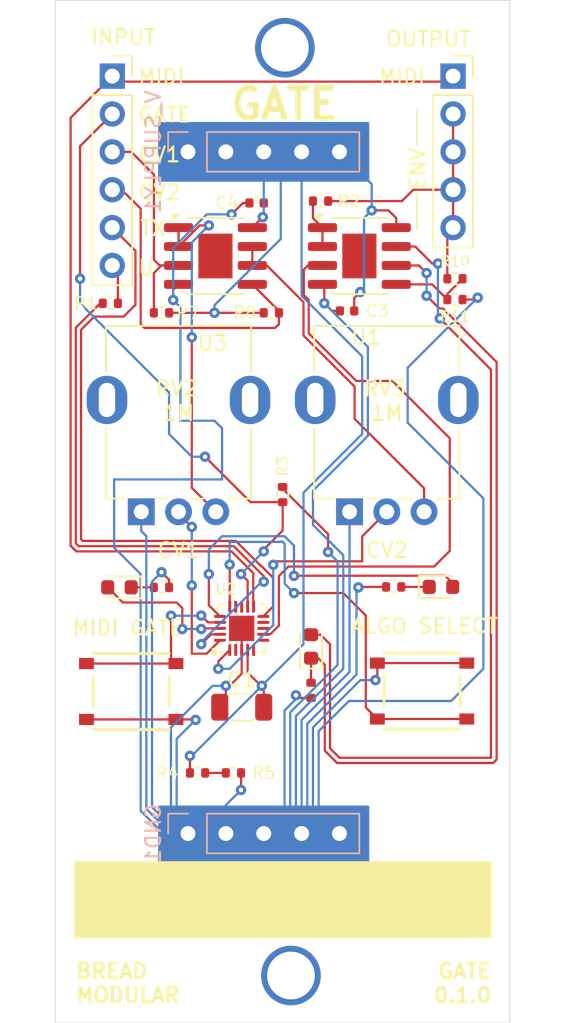
<source format=kicad_pcb>
(kicad_pcb (version 20240108) (generator "pcbnew") (generator_version "8.0")
  (layers (0 "F.Cu" signal) (31 "B.Cu" signal) (34 "B.Paste" user) (35 "F.Paste" user) (36 "B.SilkS" user "B.Silkscreen") (37 "F.SilkS" user "F.Silkscreen") (38 "B.Mask" user) (39 "F.Mask" user) (44 "Edge.Cuts" user))
  (net 0 "")
  (net 1 "GND")
  (net 2 "Net-(U1A-+)")
  (net 3 "V_MID")
  (net 4 "Net-(D1-K)")
  (net 5 "Net-(D1-A)")
  (net 6 "CV2")
  (net 7 "TX")
  (net 8 "MIDI")
  (net 9 "CV1")
  (net 10 "UDPI")
  (net 11 "BUFF_GATE")
  (net 12 "V_SUPPLY")
  (net 13 "Net-(U2-~{RESET}{slash}PA0)")
  (net 14 "Net-(U1A--)")
  (net 15 "BUFF_CV1")
  (net 16 "Net-(U3A--)")
  (net 17 "Net-(U3B--)")
  (net 18 "BUFF_CV2")
  (net 19 "Net-(SW1-B)")
  (net 21 "Net-(D2-A)")
  (net 25 "Net-(D2-K)")
  (net 28 "ENV_OUT")
  (net 30 "Net-(SW2-B)")
  (net 31 "Net-(D3-A)")
  (net 32 "Net-(D3-K)")
  (net 33 "Net-(U1B-+)")
  (footprint "Capacitor_SMD:C_1206_3216Metric" (layer "F.Cu") (at 59.485 88.05)
    (property "Reference" "C1")
    (property "Value" "100uf")
  )
  (footprint "BreadModular_Pots:Potentiometer_RV09" (layer "F.Cu") (at 69.342 67.948)
    (property "Reference" "RV3")
    (property "Value" "1M")
  )
  (footprint "Resistor_SMD:R_0402_1005Metric" (layer "F.Cu") (at 50.671 60.96)
    (property "Reference" "R1")
    (property "Value" "4.7k")
  )
  (footprint "Capacitor_SMD:C_0402_1005Metric" (layer "F.Cu") (at 66.548 61.468 180)
    (property "Reference" "C3")
    (property "Value" "0.1uf")
  )
  (footprint "BreadModular_MISC:SPST_TS-1187A-B-A-B" (layer "F.Cu") (at 71.58 86.965)
    (property "Reference" "SW2")
    (property "Value" "ALGO MODE SELECT")
  )
  (footprint "LED_SMD:LED_0603_1608Metric" (layer "F.Cu") (at 51.2825 80.01 180)
    (property "Reference" "D1")
    (property "Value" "GATE MODE LED")
  )
  (footprint "Capacitor_SMD:C_0402_1005Metric" (layer "F.Cu") (at 60.48 54.229 180)
    (property "Reference" "C4")
    (property "Value" "0.1uf")
  )
  (footprint "BreadModular_MISC:SPST_TS-1187A-B-A-B" (layer "F.Cu") (at 52.07 86.995 180)
    (property "Reference" "SW1")
    (property "Value" "GATE MODE SELECT")
  )
  (footprint "BreadModular_Pots:Potentiometer_RV09" (layer "F.Cu") (at 55.372 67.948)
    (property "Reference" "RV2")
    (property "Value" "1M")
  )
  (footprint "Resistor_SMD:R_0402_1005Metric" (layer "F.Cu") (at 69.675 79.98 180)
    (property "Reference" "R9")
    (property "Value" "330")
  )
  (footprint "Resistor_SMD:R_0402_1005Metric" (layer "F.Cu") (at 73.785 59.309)
    (property "Reference" "R10")
    (property "Value" "100k")
  )
  (footprint "Connector_PinSocket_2.54mm:PinSocket_1x06_P2.54mm_Vertical" (layer "F.Cu") (at 50.8 45.72)
    (property "Reference" "INPUT1")
    (property "Value" "Conn_01x05_Socket")
  )
  (footprint "Resistor_SMD:R_0402_1005Metric" (layer "F.Cu") (at 56.521 92.456)
    (property "Reference" "R4")
    (property "Value" "1k")
  )
  (footprint "Package_DFN_QFN:VQFN-20-1EP_3x3mm_P0.4mm_EP1.7x1.7mm" (layer "F.Cu") (at 59.48 82.76 90)
    (property "Reference" "U2")
    (property "Value" "ATtiny1616-M")
  )
  (footprint "Resistor_SMD:R_0402_1005Metric" (layer "F.Cu") (at 62.23 73.785 -90)
    (property "Reference" "R3")
    (property "Value" "100k")
  )
  (footprint "LED_SMD:LED_0603_1608Metric" (layer "F.Cu") (at 72.85 79.98)
    (property "Reference" "D2")
    (property "Value" "ALGO MODE LED")
  )
  (footprint "Resistor_SMD:R_0402_1005Metric" (layer "F.Cu") (at 64.135 86.917 -90)
    (property "Reference" "R12")
    (property "Value" "4.7k")
  )
  (footprint "Resistor_SMD:R_0402_1005Metric" (layer "F.Cu") (at 54.1 80.01)
    (property "Reference" "R6")
    (property "Value" "330")
  )
  (footprint "Resistor_SMD:R_0402_1005Metric" (layer "F.Cu") (at 64.77 54.102)
    (property "Reference" "R2")
    (property "Value" "1k")
  )
  (footprint "Resistor_SMD:R_0402_1005Metric" (layer "F.Cu") (at 73.785 60.706)
    (property "Reference" "R11")
    (property "Value" "100k")
  )
  (footprint "Resistor_SMD:R_0402_1005Metric" (layer "F.Cu") (at 61.47 61.595)
    (property "Reference" "R8")
    (property "Value" "100k")
  )
  (footprint "Package_SO:SOIC-8-1EP_3.9x4.9mm_P1.27mm_EP2.29x3mm" (layer "F.Cu") (at 67.375 57.785)
    (property "Reference" "U1")
    (property "Value" "MCP6002-xSN")
  )
  (footprint "Package_SO:SOIC-8-1EP_3.9x4.9mm_P1.27mm_EP2.29x3mm" (layer "F.Cu") (at 57.72 57.785)
    (property "Reference" "U3")
    (property "Value" "MCP6002-xSN")
  )
  (footprint "Resistor_SMD:R_0402_1005Metric" (layer "F.Cu") (at 54.1 61.595 180)
    (property "Reference" "R7")
    (property "Value" "100k")
  )
  (footprint "Connector_PinSocket_2.54mm:PinSocket_1x05_P2.54mm_Vertical" (layer "F.Cu") (at 73.66 45.72)
    (property "Reference" "OUTPUT1")
    (property "Value" "Conn_01x05_Socket")
  )
  (footprint "Resistor_SMD:R_0402_1005Metric" (layer "F.Cu") (at 58.93 92.456)
    (property "Reference" "R5")
    (property "Value" "1k")
  )
  (footprint "LED_SMD:LED_0603_1608Metric" (layer "F.Cu") (at 64.135 83.9725 90)
    (property "Reference" "D3")
    (property "Value" "ENV LED")
  )
  (footprint "BreadModular_MISC:Power_Connector" (layer "B.Cu") (at 55.88 50.8 -90)
    (property "Reference" "V_SUPPLY1")
    (property "Value" "Conn_01x05_Pin")
  )
  (footprint "BreadModular_MISC:Power_Connector" (layer "B.Cu") (at 55.88 96.52 -90)
    (property "Reference" "GND1")
    (property "Value" "Conn_01x05_Pin")
  )
  (gr_poly (pts (xy 53.975 48.895) (xy 67.945 48.895) (xy 67.945 52.705) (xy 53.975 52.705)) (stroke (width 0.2)) (fill solid) (layer "B.Cu") (net 12))
  (gr_poly (pts (xy 53.975 94.742) (xy 67.945 94.742) (xy 67.945 98.425) (xy 53.975 98.425)) (stroke (width 0.2)) (fill solid) (layer "B.Cu") (net 1))
  (gr_line (start 71.247 50.3555) (end 71.247 47.9425) (stroke (width 0.1)) (layer "F.SilkS"))
  (gr_line (start 71.247 56.007) (end 71.247 53.594) (stroke (width 0.1)) (layer "F.SilkS"))
  (gr_poly (pts (xy 48.26 98.425) (xy 76.2 98.425) (xy 76.2 103.505) (xy 48.26 103.505)) (stroke (width 0.1)) (fill solid) (layer "F.SilkS"))
  (gr_line (start 46.99 109.22) (end 77.47 109.22) (stroke (width 0.05)) (layer "Edge.Cuts"))
  (gr_line (start 77.47 40.64) (end 46.99 40.64) (stroke (width 0.05)) (layer "Edge.Cuts"))
  (gr_line (start 46.99 40.64) (end 46.99 109.22) (stroke (width 0.05)) (layer "Edge.Cuts"))
  (gr_line (start 77.47 109.22) (end 77.47 40.64) (stroke (width 0.05)) (layer "Edge.Cuts"))
  (gr_text "ALGO SELECT" (at 71.755 83.185 0) (layer "F.SilkS") (effects (font (size 1 1)) (justify bottom)))
  (gr_text "MIDI" (at 52.451 46.355 0) (layer "F.SilkS") (effects (font (size 1 1)) (justify left bottom)))
  (gr_text "ENV" (at 71.882 51.943 90) (layer "F.SilkS") (effects (font (size 1 1)) (justify bottom)))
  (gr_text "U" (at 52.451 59.182 0) (layer "F.SilkS") (effects (font (size 1 1)) (justify left bottom)))
  (gr_text "TX" (at 52.578 56.515 0) (layer "F.SilkS") (effects (font (size 1 1)) (justify left bottom)))
  (gr_text "GATE" (at 52.451 48.895 0) (layer "F.SilkS") (effects (font (size 1 1)) (justify left bottom)))
  (gr_text "MIDI GATE" (at 51.816 83.312 0) (layer "F.SilkS") (effects (font (size 1 1)) (justify bottom)))
  (gr_text "INPUT" (at 49.276 43.688 0) (layer "F.SilkS") (effects (font (size 1 1)) (justify left bottom)))
  (gr_text "CV2" (at 69.215 78.105 0) (layer "F.SilkS") (effects (font (size 1 1)) (justify bottom)))
  (gr_text "GATE\n0.1.0" (at 76.327 107.95 0) (layer "F.SilkS") (effects (font (size 1 1) (thickness 0.2) (bold yes)) (justify right bottom)))
  (gr_text "GATE" (at 58.547 48.768 0) (layer "F.SilkS") (effects (font (size 2 2) (thickness 0.4) (bold yes)) (justify left bottom)))
  (gr_text "CV2" (at 52.451 54.102 0) (layer "F.SilkS") (effects (font (size 1 1)) (justify left bottom)))
  (gr_text "MIDI" (at 71.882 46.355 0) (layer "F.SilkS") (effects (font (size 1 1)) (justify right bottom)))
  (gr_text "OUTPUT" (at 74.93 43.815 0) (layer "F.SilkS") (effects (font (size 1 1)) (justify right bottom)))
  (gr_text "CV1" (at 55.245 78.105 0) (layer "F.SilkS") (effects (font (size 1 1)) (justify bottom)))
  (gr_text "BREAD\nMODULAR" (at 48.26 107.95 0) (layer "F.SilkS") (effects (font (size 1 1) (thickness 0.2) (bold yes)) (justify left bottom)))
  (gr_text "CV1" (at 52.451 51.562 0) (layer "F.SilkS") (effects (font (size 1 1)) (justify left bottom)))
  (via (at 62.784908 106.045) (size 4) (drill 3.2) (layers "F.Cu" "B.Cu") (net 0))
  (via (at 62.37758 43.815) (size 4) (drill 3.2) (layers "F.Cu" "B.Cu") (net 0))
  (segment (start 58.42 86.614) (end 58.674 86.614) (width 0.15) (layer "F.Cu") (net 1))
  (segment (start 55.88 96.52) (end 66.04 96.52) (width 0.5) (layer "F.Cu") (net 1))
  (segment (start 68.58 85.09) (end 74.58 85.09) (width 0.15) (layer "F.Cu") (net 1))
  (segment (start 54.61 79.502) (end 54.61 80.01) (width 0.15) (layer "F.Cu") (net 1))
  (segment (start 68.58 86.106) (end 68.453 86.233) (width 0.15) (layer "F.Cu") (net 1))
  (segment (start 65.024 59.814) (end 64.9 59.69) (width 0.15) (layer "F.Cu") (net 1))
  (segment (start 66.068 61.468) (end 65.532 61.468) (width 0.15) (layer "F.Cu") (net 1))
  (segment (start 65.532 61.468) (end 65.024 60.96) (width 0.15) (layer "F.Cu") (net 1))
  (segment (start 58.42 87.64) (end 58.01 88.05) (width 0.15) (layer "F.Cu") (net 1))
  (segment (start 55.07 88.87) (end 56.358 88.87) (width 0.15) (layer "F.Cu") (net 1))
  (segment (start 69.165 79.98) (end 67.34 79.98) (width 0.15) (layer "F.Cu") (net 1))
  (segment (start 60 54.229) (end 59.563 54.229) (width 0.15) (layer "F.Cu") (net 1))
  (segment (start 59.44 93.595) (end 59.436 93.599) (width 0.15) (layer "F.Cu") (net 1))
  (segment (start 67.34 79.98) (end 67.31 80.01) (width 0.15) (layer "F.Cu") (net 1))
  (segment (start 49.07 88.87) (end 55.07 88.87) (width 0.15) (layer "F.Cu") (net 1))
  (segment (start 56.358 88.87) (end 56.388 88.9) (width 0.15) (layer "F.Cu") (net 1))
  (segment (start 74.295 60.706) (end 75.184 60.706) (width 0.15) (layer "F.Cu") (net 1))
  (segment (start 54.8863 60.739686) (end 54.8863 60.0487) (width 0.15) (layer "F.Cu") (net 1))
  (segment (start 59.44 92.456) (end 59.44 93.595) (width 0.15) (layer "F.Cu") (net 1))
  (segment (start 75.184 60.706) (end 75.311 60.579) (width 0.15) (layer "F.Cu") (net 1))
  (segment (start 59.48 85.808) (end 59.48 84.21) (width 0.15) (layer "F.Cu") (net 1))
  (segment (start 65.024 60.96) (end 65.024 59.814) (width 0.15) (layer "F.Cu") (net 1))
  (segment (start 59.48 82.76) (end 59.48 84.21) (width 0.15) (layer "F.Cu") (net 1))
  (segment (start 63.119 87.249) (end 63.297 87.427) (width 0.15) (layer "F.Cu") (net 1))
  (segment (start 68.58 85.09) (end 68.58 86.106) (width 0.15) (layer "F.Cu") (net 1))
  (segment (start 54.102 78.994) (end 54.61 79.502) (width 0.15) (layer "F.Cu") (net 1))
  (segment (start 54.8863 60.0487) (end 55.245 59.69) (width 0.15) (layer "F.Cu") (net 1))
  (segment (start 65.278 76.439432) (end 65.278 77.638) (width 0.15) (layer "F.Cu") (net 1))
  (segment (start 63.297 87.427) (end 64.135 87.427) (width 0.15) (layer "F.Cu") (net 1))
  (segment (start 62.23 73.275) (end 62.23 73.391432) (width 0.15) (layer "F.Cu") (net 1))
  (segment (start 58.674 86.614) (end 59.48 85.808) (width 0.15) (layer "F.Cu") (net 1))
  (segment (start 62.23 73.391432) (end 65.278 76.439432) (width 0.15) (layer "F.Cu") (net 1))
  (segment (start 58.42 86.614) (end 58.42 87.64) (width 0.15) (layer "F.Cu") (net 1))
  (segment (start 59.563 54.229) (end 58.801 54.991) (width 0.15) (layer "F.Cu") (net 1))
  (via (at 54.8863 60.739686) (size 0.7) (drill 0.3) (layers "F.Cu" "B.Cu") (net 1))
  (via (at 56.388 88.9) (size 0.7) (drill 0.3) (layers "F.Cu" "B.Cu") (net 1))
  (via (at 67.31 80.01) (size 0.7) (drill 0.3) (layers "F.Cu" "B.Cu") (net 1))
  (via (at 59.436 93.599) (size 0.7) (drill 0.3) (layers "F.Cu" "B.Cu") (net 1))
  (via (at 54.102 78.994) (size 0.7) (drill 0.3) (layers "F.Cu" "B.Cu") (net 1))
  (via (at 75.311 60.579) (size 0.7) (drill 0.3) (layers "F.Cu" "B.Cu") (net 1))
  (via (at 65.278 77.638) (size 0.7) (drill 0.3) (layers "F.Cu" "B.Cu") (net 1))
  (via (at 58.42 86.614) (size 0.7) (drill 0.3) (layers "F.Cu" "B.Cu") (net 1))
  (via (at 68.453 86.233) (size 0.7) (drill 0.3) (layers "F.Cu" "B.Cu") (net 1))
  (via (at 58.801 54.991) (size 0.7) (drill 0.3) (layers "F.Cu" "B.Cu") (net 1))
  (via (at 65.024 60.96) (size 0.7) (drill 0.3) (layers "F.Cu" "B.Cu") (net 1))
  (via (at 63.119 87.249) (size 0.7) (drill 0.3) (layers "F.Cu" "B.Cu") (net 1))
  (segment (start 70.612 65.278) (end 70.612 68.961) (width 0.15) (layer "B.Cu") (net 1))
  (segment (start 55.245 96.52) (end 55.88 96.52) (width 0.15) (layer "B.Cu") (net 1))
  (segment (start 54.102 78.994) (end 53.467 79.629) (width 0.15) (layer "B.Cu") (net 1))
  (segment (start 64.262 73.533) (end 64.262 75.819) (width 0.15) (layer "B.Cu") (net 1))
  (segment (start 52.705 94.996) (end 54.483 96.774) (width 0.15) (layer "B.Cu") (net 1))
  (segment (start 63.881 96.139) (end 63.5 96.52) (width 0.15) (layer "B.Cu") (net 1))
  (segment (start 59.436 93.599) (end 58.42 94.615) (width 0.15) (layer "B.Cu") (net 1))
  (segment (start 63.119 87.503) (end 62.357 88.265) (width 0.15) (layer "B.Cu") (net 1))
  (segment (start 75.692 85.471) (end 73.533 87.63) (width 0.15) (layer "B.Cu") (net 1))
  (segment (start 65.913 85.217) (end 65.913 78.273) (width 0.15) (layer "B.Cu") (net 1))
  (segment (start 75.692 74.041) (end 75.692 85.471) (width 0.15) (layer "B.Cu") (net 1))
  (segment (start 63.119 96.139) (end 63.5 96.52) (width 0.15) (layer "B.Cu") (net 1))
  (segment (start 65.913 78.273) (end 65.278 77.638) (width 0.15) (layer "B.Cu") (net 1))
  (segment (start 67.31 80.01) (end 67.183 80.137) (width 0.15) (layer "B.Cu") (net 1))
  (segment (start 54.483 96.774) (end 54.737 96.52) (width 0.15) (layer "B.Cu") (net 1))
  (segment (start 55.88 95.758) (end 55.88 96.52) (width 0.15) (layer "B.Cu") (net 1))
  (segment (start 62.738 88.392) (end 65.913 85.217) (width 0.15) (layer "B.Cu") (net 1))
  (segment (start 63.119 87.249) (end 63.119 87.503) (width 0.15) (layer "B.Cu") (net 1))
  (segment (start 58.42 86.614) (end 57.531 86.614) (width 0.15) (layer "B.Cu") (net 1))
  (segment (start 56.388 88.9) (end 55.118 90.17) (width 0.15) (layer "B.Cu") (net 1))
  (segment (start 52.745 76.234884) (end 53.086 76.575884) (width 0.15) (layer "B.Cu") (net 1))
  (segment (start 54.737 95.377) (end 55.88 96.52) (width 0.15) (layer "B.Cu") (net 1))
  (segment (start 63.881 89.154) (end 63.881 96.139) (width 0.15) (layer "B.Cu") (net 1))
  (segment (start 64.643 89.662) (end 64.643 95.377) (width 0.15) (layer "B.Cu") (net 1))
  (segment (start 53.086 94.869) (end 54.737 96.52) (width 0.15) (layer "B.Cu") (net 1))
  (segment (start 65.024 60.96) (end 67.945 63.881) (width 0.15) (layer "B.Cu") (net 1))
  (segment (start 55.118 90.17) (end 55.118 94.996) (width 0.15) (layer "B.Cu") (net 1))
  (segment (start 67.183 85.852) (end 63.881 89.154) (width 0.15) (layer "B.Cu") (net 1))
  (segment (start 67.437 86.233) (end 64.262 89.408) (width 0.15) (layer "B.Cu") (net 1))
  (segment (start 63.5 88.9) (end 63.5 96.52) (width 0.15) (layer "B.Cu") (net 1))
  (segment (start 62.357 95.1865) (end 62.738 94.8055) (width 0.15) (layer "B.Cu") (net 1))
  (segment (start 64.262 75.819) (end 66.294 77.851) (width 0.15) (layer "B.Cu") (net 1))
  (segment (start 64.643 95.377) (end 63.5 96.52) (width 0.15) (layer "B.Cu") (net 1))
  (segment (start 73.533 87.63) (end 66.675 87.63) (width 0.15) (layer "B.Cu") (net 1))
  (segment (start 54.737 96.52) (end 55.88 96.52) (width 0.15) (layer "B.Cu") (net 1))
  (segment (start 58.801 54.991) (end 57.137114 54.991) (width 0.15) (layer "B.Cu") (net 1))
  (segment (start 53.467 94.742) (end 55.245 96.52) (width 0.15) (layer "B.Cu") (net 1))
  (segment (start 50.927 77.343) (end 52.705 79.121) (width 0.15) (layer "B.Cu") (net 1))
  (segment (start 64.262 89.408) (end 64.262 95.758) (width 0.15) (layer "B.Cu") (net 1))
  (segment (start 54.8863 60.739686) (end 55.372 61.225386) (width 0.15) (layer "B.Cu") (net 1))
  (segment (start 67.945 69.85) (end 64.262 73.533) (width 0.15) (layer "B.Cu") (net 1))
  (segment (start 50.927 72.771) (end 50.927 77.343) (width 0.15) (layer "B.Cu") (net 1))
  (segment (start 70.612 68.961) (end 75.692 74.041) (width 0.15) (layer "B.Cu") (net 1))
  (segment (start 58.42 94.615) (end 58.42 96.52) (width 0.15) (layer "B.Cu") (net 1))
  (segment (start 57.137114 54.991) (end 54.8863 57.241814) (width 0.15) (layer "B.Cu") (net 1))
  (segment (start 62.738 94.8055) (end 62.738 88.392) (width 0.15) (layer "B.Cu") (net 1))
  (segment (start 66.715 74.94) (end 66.715 85.685) (width 0.15) (layer "B.Cu") (net 1))
  (segment (start 57.531 86.614) (end 54.737 89.408) (width 0.15) (layer "B.Cu") (net 1))
  (segment (start 58.166 69.342) (end 58.166 72.771) (width 0.15) (layer "B.Cu") (net 1))
  (segment (start 54.8863 57.241814) (end 54.8863 60.739686) (width 0.15) (layer "B.Cu") (net 1))
  (segment (start 53.467 79.629) (end 53.467 94.742) (width 0.15) (layer "B.Cu") (net 1))
  (segment (start 55.118 94.996) (end 55.88 95.758) (width 0.15) (layer "B.Cu") (net 1))
  (segment (start 67.183 80.137) (end 67.183 85.852) (width 0.15) (layer "B.Cu") (net 1))
  (segment (start 58.166 72.771) (end 50.927 72.771) (width 0.15) (layer "B.Cu") (net 1))
  (segment (start 68.453 86.233) (end 67.437 86.233) (width 0.15) (layer "B.Cu") (net 1))
  (segment (start 64.262 95.758) (end 63.5 96.52) (width 0.15) (layer "B.Cu") (net 1))
  (segment (start 53.086 76.575884) (end 53.086 94.869) (width 0.15) (layer "B.Cu") (net 1))
  (segment (start 75.311 60.579) (end 70.612 65.278) (width 0.15) (layer "B.Cu") (net 1))
  (segment (start 55.372 68.834) (end 57.658 68.834) (width 0.15) (layer "B.Cu") (net 1))
  (segment (start 66.294 77.851) (end 66.294 85.471) (width 0.15) (layer "B.Cu") (net 1))
  (segment (start 63.119 88.646) (end 63.119 96.139) (width 0.15) (layer "B.Cu") (net 1))
  (segment (start 52.745 74.94) (end 52.745 76.234884) (width 0.15) (layer "B.Cu") (net 1))
  (segment (start 54.737 89.408) (end 54.737 95.377) (width 0.15) (layer "B.Cu") (net 1))
  (segment (start 66.715 85.685) (end 63.5 88.9) (width 0.15) (layer "B.Cu") (net 1))
  (segment (start 62.357 88.265) (end 62.357 95.1865) (width 0.15) (layer "B.Cu") (net 1))
  (segment (start 52.705 79.121) (end 52.705 94.996) (width 0.15) (layer "B.Cu") (net 1))
  (segment (start 57.658 68.834) (end 58.166 69.342) (width 0.15) (layer "B.Cu") (net 1))
  (segment (start 55.372 61.225386) (end 55.372 68.834) (width 0.15) (layer "B.Cu") (net 1))
  (segment (start 66.675 87.63) (end 64.643 89.662) (width 0.15) (layer "B.Cu") (net 1))
  (segment (start 66.294 85.471) (end 63.119 88.646) (width 0.15) (layer "B.Cu") (net 1))
  (segment (start 67.945 63.881) (end 67.945 69.85) (width 0.15) (layer "B.Cu") (net 1))
  (segment (start 61.976 82.575006) (end 61.976 79.248) (width 0.15) (layer "F.Cu") (net 2))
  (segment (start 63.977 60.732027) (end 63.65 60.405027) (width 0.15) (layer "F.Cu") (net 2))
  (segment (start 61.391006 83.16) (end 61.976 82.575006) (width 0.15) (layer "F.Cu") (net 2))
  (segment (start 63.65 60.405027) (end 63.65 58.695001) (width 0.15) (layer "F.Cu") (net 2))
  (segment (start 73.437 77.566) (end 73.437 70.008) (width 0.15) (layer "F.Cu") (net 2))
  (segment (start 67.169974 66.167) (end 63.977 62.974026) (width 0.15) (layer "F.Cu") (net 2))
  (segment (start 69.596 66.167) (end 67.169974 66.167) (width 0.15) (layer "F.Cu") (net 2))
  (segment (start 63.65 58.695001) (end 63.925001 58.42) (width 0.15) (layer "F.Cu") (net 2))
  (segment (start 61.976 79.248) (end 62.611 78.613) (width 0.15) (layer "F.Cu") (net 2))
  (segment (start 73.437 70.008) (end 69.596 66.167) (width 0.15) (layer "F.Cu") (net 2))
  (segment (start 63.925001 58.42) (end 64.9 58.42) (width 0.15) (layer "F.Cu") (net 2))
  (segment (start 63.977 62.974026) (end 63.977 60.732027) (width 0.15) (layer "F.Cu") (net 2))
  (segment (start 62.611 78.613) (end 72.39 78.613) (width 0.15) (layer "F.Cu") (net 2))
  (segment (start 72.39 78.613) (end 73.437 77.566) (width 0.15) (layer "F.Cu") (net 2))
  (segment (start 60.93 83.16) (end 61.391006 83.16) (width 0.15) (layer "F.Cu") (net 2))
  (segment (start 57.785 92.456) (end 57.031 92.456) (width 0.15) (layer "F.Cu") (net 3))
  (segment (start 58.42 92.456) (end 57.785 92.456) (width 0.15) (layer "F.Cu") (net 3))
  (segment (start 53.59 80.01) (end 52.07 80.01) (width 0.15) (layer "F.Cu") (net 4))
  (segment (start 51.511 81.026) (end 55.118 81.026) (width 0.15) (layer "F.Cu") (net 5))
  (segment (start 56.813 82.76) (end 58.03 82.76) (width 0.15) (layer "F.Cu") (net 5))
  (segment (start 55.118 81.026) (end 55.499 81.407) (width 0.15) (layer "F.Cu") (net 5))
  (segment (start 55.499 81.407) (end 55.499 82.804) (width 0.15) (layer "F.Cu") (net 5))
  (segment (start 50.495 80.01) (end 51.511 81.026) (width 0.15) (layer "F.Cu") (net 5))
  (segment (start 56.769 82.804) (end 56.813 82.76) (width 0.15) (layer "F.Cu") (net 5))
  (via (at 55.499 82.804) (size 0.7) (drill 0.3) (layers "F.Cu" "B.Cu") (net 5))
  (via (at 56.769 82.804) (size 0.7) (drill 0.3) (layers "F.Cu" "B.Cu") (net 5))
  (segment (start 55.499 82.804) (end 56.769 82.804) (width 0.15) (layer "B.Cu") (net 5))
  (segment (start 61.722 62.611) (end 52.959 62.611) (width 0.15) (layer "F.Cu") (net 6))
  (segment (start 61.98 61.595) (end 61.98 62.353) (width 0.15) (layer "F.Cu") (net 6))
  (segment (start 52.705 54.61) (end 51.682487 53.587487) (width 0.15) (layer "F.Cu") (net 6))
  (segment (start 61.98 61.475) (end 61.98 61.595) (width 0.15) (layer "F.Cu") (net 6))
  (segment (start 52.705 62.357) (end 52.705 54.61) (width 0.15) (layer "F.Cu") (net 6))
  (segment (start 61.98 62.353) (end 61.722 62.611) (width 0.15) (layer "F.Cu") (net 6))
  (segment (start 51.682487 53.587487) (end 51.047487 53.587487) (width 0.15) (layer "F.Cu") (net 6))
  (segment (start 60.195 59.69) (end 61.98 61.475) (width 0.15) (layer "F.Cu") (net 6))
  (segment (start 52.959 62.611) (end 52.705 62.357) (width 0.15) (layer "F.Cu") (net 6))
  (segment (start 61.585 79.365) (end 60.782526 78.562526) (width 0.15) (layer "F.Cu") (net 7))
  (segment (start 48.83 76.897) (end 48.706 76.773) (width 0.15) (layer "F.Cu") (net 7))
  (segment (start 49.595 61.849) (end 51.562 61.849) (width 0.15) (layer "F.Cu") (net 7))
  (segment (start 60.93 81.96) (end 61.585 81.305) (width 0.15) (layer "F.Cu") (net 7))
  (segment (start 48.706 62.738) (end 49.595 61.849) (width 0.15) (layer "F.Cu") (net 7))
  (segment (start 52.355 61.056) (end 52.355 57.435) (width 0.15) (layer "F.Cu") (net 7))
  (segment (start 61.585 81.305) (end 61.585 79.365) (width 0.15) (layer "F.Cu") (net 7))
  (segment (start 59.842988 77.649039) (end 59.295975 77.102025) (width 0.15) (layer "F.Cu") (net 7))
  (segment (start 48.706 76.773) (end 48.706 62.738) (width 0.15) (layer "F.Cu") (net 7))
  (segment (start 59.09095 76.897) (end 48.83 76.897) (width 0.15) (layer "F.Cu") (net 7))
  (segment (start 59.295975 77.102025) (end 59.09095 76.897) (width 0.15) (layer "F.Cu") (net 7))
  (segment (start 52.355 57.435) (end 50.8 55.88) (width 0.15) (layer "F.Cu") (net 7))
  (segment (start 60.782526 78.562526) (end 60.756474 78.562526) (width 0.15) (layer "F.Cu") (net 7))
  (segment (start 51.562 61.849) (end 52.355 61.056) (width 0.15) (layer "F.Cu") (net 7))
  (segment (start 60.756474 78.562526) (end 59.842988 77.649039) (width 0.15) (layer "F.Cu") (net 7))
  (segment (start 50.165 45.72) (end 50.8 45.72) (width 0.15) (layer "F.Cu") (net 8))
  (segment (start 48.387 77.597) (end 48.006 77.216) (width 0.15) (layer "F.Cu") (net 8))
  (segment (start 73.66 45.72) (end 73.29 46.09) (width 0.15) (layer "F.Cu") (net 8))
  (segment (start 60.255 81.31) (end 60.255 79.051) (width 0.15) (layer "F.Cu") (net 8))
  (segment (start 60.255 79.051) (end 58.801 77.597) (width 0.15) (layer "F.Cu") (net 8))
  (segment (start 58.801 77.597) (end 48.387 77.597) (width 0.15) (layer "F.Cu") (net 8))
  (segment (start 48.006 48.514) (end 50.8 45.72) (width 0.15) (layer "F.Cu") (net 8))
  (segment (start 60.28 81.31) (end 60.255 81.31) (width 0.15) (layer "F.Cu") (net 8))
  (segment (start 51.17 46.09) (end 50.8 45.72) (width 0.15) (layer "F.Cu") (net 8))
  (segment (start 48.006 77.216) (end 48.006 48.514) (width 0.15) (layer "F.Cu") (net 8))
  (segment (start 73.29 46.09) (end 51.17 46.09) (width 0.15) (layer "F.Cu") (net 8))
  (segment (start 53.975 58.42) (end 55.245 58.42) (width 0.15) (layer "F.Cu") (net 9))
  (segment (start 53.59 58.932) (end 54.102 58.42) (width 0.15) (layer "F.Cu") (net 9))
  (segment (start 53.594 52.324) (end 53.594 58.039) (width 0.15) (layer "F.Cu") (net 9))
  (segment (start 54.102 58.42) (end 55.245 58.42) (width 0.15) (layer "F.Cu") (net 9))
  (segment (start 50.8 50.8) (end 52.07 50.8) (width 0.15) (layer "F.Cu") (net 9))
  (segment (start 53.594 58.039) (end 53.975 58.42) (width 0.15) (layer "F.Cu") (net 9))
  (segment (start 52.07 50.8) (end 53.594 52.324) (width 0.15) (layer "F.Cu") (net 9))
  (segment (start 53.59 61.595) (end 53.59 58.932) (width 0.15) (layer "F.Cu") (net 9))
  (segment (start 51.181 60.96) (end 51.181 58.801) (width 0.15) (layer "F.Cu") (net 10))
  (segment (start 51.181 58.801) (end 50.8 58.42) (width 0.2) (layer "F.Cu") (net 10))
  (segment (start 62.23 76.2) (end 62.23 74.295) (width 0.15) (layer "F.Cu") (net 11))
  (segment (start 60.071 74.295) (end 57.023 71.247) (width 0.15) (layer "F.Cu") (net 11))
  (segment (start 48.641 59.309) (end 48.641 50.419) (width 0.15) (layer "F.Cu") (net 11))
  (segment (start 60.96 77.47) (end 62.23 76.2) (width 0.15) (layer "F.Cu") (net 11))
  (segment (start 59.436 79.121) (end 59.88 79.565) (width 0.15) (layer "F.Cu") (net 11))
  (segment (start 48.641 50.419) (end 50.8 48.26) (width 0.15) (layer "F.Cu") (net 11))
  (segment (start 62.23 74.295) (end 60.071 74.295) (width 0.15) (layer "F.Cu") (net 11))
  (segment (start 59.88 79.565) (end 59.88 81.31) (width 0.15) (layer "F.Cu") (net 11))
  (segment (start 60.96 77.597) (end 60.96 77.47) (width 0.15) (layer "F.Cu") (net 11))
  (via (at 59.436 79.121) (size 0.7) (drill 0.3) (layers "F.Cu" "B.Cu") (net 11))
  (via (at 48.641 59.309) (size 0.7) (drill 0.3) (layers "F.Cu" "B.Cu") (net 11))
  (via (at 60.96 77.597) (size 0.7) (drill 0.3) (layers "F.Cu" "B.Cu") (net 11))
  (via (at 57.023 71.247) (size 0.7) (drill 0.3) (layers "F.Cu" "B.Cu") (net 11))
  (segment (start 48.641 60.96) (end 48.641 59.309) (width 0.15) (layer "B.Cu") (net 11))
  (segment (start 54.61 66.929) (end 48.641 60.96) (width 0.15) (layer "B.Cu") (net 11))
  (segment (start 54.61 69.723) (end 54.61 66.929) (width 0.15) (layer "B.Cu") (net 11))
  (segment (start 56.134 71.247) (end 54.61 69.723) (width 0.15) (layer "B.Cu") (net 11))
  (segment (start 60.96 77.597) (end 59.436 79.121) (width 0.15) (layer "B.Cu") (net 11))
  (segment (start 57.023 71.247) (end 56.134 71.247) (width 0.15) (layer "B.Cu") (net 11))
  (segment (start 56.011 91.317) (end 56.007 91.313) (width 0.15) (layer "F.Cu") (net 12))
  (segment (start 56.011 92.456) (end 56.011 91.317) (width 0.15) (layer "F.Cu") (net 12))
  (segment (start 60.96 54.229) (end 60.96 55.115) (width 0.15) (layer "F.Cu") (net 12))
  (segment (start 54.61 61.595) (end 57.658 61.595) (width 0.15) (layer "F.Cu") (net 12))
  (segment (start 69.332 54.727) (end 69.85 55.245) (width 0.15) (layer "F.Cu") (net 12))
  (segment (start 67.028 60.607) (end 67.437 60.198) (width 0.15) (layer "F.Cu") (net 12))
  (segment (start 59.88 85.7245) (end 59.88 84.21) (width 0.15) (layer "F.Cu") (net 12))
  (segment (start 60.833 86.614) (end 60.96 86.741) (width 0.15) (layer "F.Cu") (net 12))
  (segment (start 60.96 55.115) (end 60.895 55.18) (width 0.15) (layer "F.Cu") (net 12))
  (segment (start 60.833 86.614) (end 60.7695 86.614) (width 0.15) (layer "F.Cu") (net 12))
  (segment (start 60.895 55.18) (end 60.195 55.88) (width 0.15) (layer "F.Cu") (net 12))
  (segment (start 60.7695 86.614) (end 59.88 85.7245) (width 0.15) (layer "F.Cu") (net 12))
  (segment (start 55.88 50.8) (end 66.04 50.8) (width 0.5) (layer "F.Cu") (net 12))
  (segment (start 69.85 55.245) (end 69.85 55.88) (width 0.15) (layer "F.Cu") (net 12))
  (segment (start 67.028 61.468) (end 67.028 60.607) (width 0.15) (layer "F.Cu") (net 12))
  (segment (start 60.96 61.595) (end 57.658 61.595) (width 0.15) (layer "F.Cu") (net 12))
  (segment (start 68.199 54.727) (end 69.332 54.727) (width 0.15) (layer "F.Cu") (net 12))
  (segment (start 60.96 86.741) (end 60.96 88.05) (width 0.15) (layer "F.Cu") (net 12))
  (via (at 60.895 55.18) (size 0.7) (drill 0.3) (layers "F.Cu" "B.Cu") (net 12))
  (via (at 56.007 91.313) (size 0.7) (drill 0.3) (layers "F.Cu" "B.Cu") (net 12))
  (via (at 68.199 54.727) (size 0.7) (drill 0.3) (layers "F.Cu" "B.Cu") (net 12))
  (via (at 57.658 61.595) (size 0.7) (drill 0.3) (layers "F.Cu" "B.Cu") (net 12))
  (via (at 60.833 86.614) (size 0.7) (drill 0.3) (layers "F.Cu" "B.Cu") (net 12))
  (via (at 67.437 60.198) (size 0.7) (drill 0.3) (layers "F.Cu" "B.Cu") (net 12))
  (segment (start 63.627 73.66) (end 63.627 83.82) (width 0.15) (layer "B.Cu") (net 12))
  (segment (start 63.627 83.82) (end 60.833 86.614) (width 0.15) (layer "B.Cu") (net 12))
  (segment (start 57.658 61.087) (end 62.103 56.642) (width 0.15) (layer "B.Cu") (net 12))
  (segment (start 68.199 54.727) (end 68.199 52.959) (width 0.15) (layer "B.Cu") (net 12))
  (segment (start 60.895 55.18) (end 60.96 55.115) (width 0.15) (layer "B.Cu") (net 12))
  (segment (start 67.564 64.516) (end 67.564 69.723) (width 0.15) (layer "B.Cu") (net 12))
  (segment (start 62.103 56.642) (end 62.103 51.943) (width 0.15) (layer "B.Cu") (net 12))
  (segment (start 67.564 69.723) (end 63.627 73.66) (width 0.15) (layer "B.Cu") (net 12))
  (segment (start 63.5 50.8) (end 63.5 60.452) (width 0.15) (layer "B.Cu") (net 12))
  (segment (start 68.199 52.959) (end 66.04 50.8) (width 0.15) (layer "B.Cu") (net 12))
  (segment (start 68.199 54.727) (end 67.691 55.235) (width 0.15) (layer "B.Cu") (net 12))
  (segment (start 62.103 51.943) (end 60.96 50.8) (width 0.15) (layer "B.Cu") (net 12))
  (segment (start 60.96 55.115) (end 60.96 50.8) (width 0.15) (layer "B.Cu") (net 12))
  (segment (start 67.691 59.944) (end 67.437 60.198) (width 0.15) (layer "B.Cu") (net 12))
  (segment (start 67.691 55.235) (end 67.691 59.944) (width 0.15) (layer "B.Cu") (net 12))
  (segment (start 56.007 91.313) (end 56.134 91.313) (width 0.15) (layer "B.Cu") (net 12))
  (segment (start 63.5 60.452) (end 67.564 64.516) (width 0.15) (layer "B.Cu") (net 12))
  (segment (start 56.134 91.313) (end 60.833 86.614) (width 0.15) (layer "B.Cu") (net 12))
  (segment (start 57.658 61.595) (end 57.658 61.087) (width 0.15) (layer "B.Cu") (net 12))
  (segment (start 60.96 79.261026) (end 59.492987 77.794013) (width 0.15) (layer "F.Cu") (net 13))
  (segment (start 48.356 77.058) (end 48.356 62.593025) (width 0.15) (layer "F.Cu") (net 13))
  (segment (start 59.492987 77.794013) (end 59.151 77.452025) (width 0.15) (layer "F.Cu") (net 13))
  (segment (start 60.96 79.629) (end 60.96 79.261026) (width 0.15) (layer "F.Cu") (net 13))
  (segment (start 48.356 62.593025) (end 49.989025 60.96) (width 0.15) (layer "F.Cu") (net 13))
  (segment (start 59.151 77.452025) (end 58.945975 77.247) (width 0.15) (layer "F.Cu") (net 13))
  (segment (start 58.03 83.16) (end 57.429 83.16) (width 0.15) (layer "F.Cu") (net 13))
  (segment (start 48.545 77.247) (end 48.356 77.058) (width 0.15) (layer "F.Cu") (net 13))
  (segment (start 49.989025 60.96) (end 50.161 60.96) (width 0.15) (layer "F.Cu") (net 13))
  (segment (start 58.945975 77.247) (end 48.545 77.247) (width 0.15) (layer "F.Cu") (net 13))
  (segment (start 57.429 83.16) (end 56.769 83.82) (width 0.15) (layer "F.Cu") (net 13))
  (via (at 56.769 83.82) (size 0.7) (drill 0.3) (layers "F.Cu" "B.Cu") (net 13))
  (via (at 60.96 79.629) (size 0.7) (drill 0.3) (layers "F.Cu" "B.Cu") (net 13))
  (segment (start 60.827884 79.629) (end 60.96 79.629) (width 0.15) (layer "B.Cu") (net 13))
  (segment (start 56.769 83.82) (end 56.769 83.687884) (width 0.15) (layer "B.Cu") (net 13))
  (segment (start 56.769 83.687884) (end 60.827884 79.629) (width 0.15) (layer "B.Cu") (net 13))
  (segment (start 64.9 57.15) (end 64.9 55.88) (width 0.15) (layer "F.Cu") (net 14))
  (segment (start 64.26 55.24) (end 64.26 54.102) (width 0.15) (layer "F.Cu") (net 14))
  (segment (start 64.9 55.88) (end 64.26 55.24) (width 0.15) (layer "F.Cu") (net 14))
  (segment (start 55.245 75.067) (end 56.134 75.956) (width 0.15) (layer "F.Cu") (net 15))
  (segment (start 55.245 74.94) (end 55.245 75.067) (width 0.15) (layer "F.Cu") (net 15))
  (segment (start 56.134 84.455) (end 57.135 84.455) (width 0.15) (layer "F.Cu") (net 15))
  (segment (start 56.134 79.883) (end 56.134 84.455) (width 0.15) (layer "F.Cu") (net 15))
  (segment (start 57.135 84.455) (end 58.03 83.56) (width 0.15) (layer "F.Cu") (net 15))
  (via (at 56.134 79.883) (size 0.7) (drill 0.3) (layers "F.Cu" "B.Cu") (net 15))
  (via (at 56.134 75.956) (size 0.7) (drill 0.3) (layers "F.Cu" "B.Cu") (net 15))
  (segment (start 56.134 75.956) (end 56.134 79.883) (width 0.15) (layer "B.Cu") (net 15))
  (segment (start 56.134 73.329) (end 57.745 74.94) (width 0.15) (layer "F.Cu") (net 16))
  (segment (start 55.245 57.15) (end 55.245 55.88) (width 0.15) (layer "F.Cu") (net 16))
  (segment (start 56.660002 55.734998) (end 57.277 55.734998) (width 0.15) (layer "F.Cu") (net 16))
  (segment (start 56.134 63.236) (end 56.134 73.329) (width 0.15) (layer "F.Cu") (net 16))
  (segment (start 55.245 57.15) (end 56.660002 55.734998) (width 0.15) (layer "F.Cu") (net 16))
  (via (at 56.134 63.236) (size 0.7) (drill 0.3) (layers "F.Cu" "B.Cu") (net 16))
  (via (at 57.277 55.734998) (size 0.7) (drill 0.3) (layers "F.Cu" "B.Cu") (net 16))
  (segment (start 57.277 55.734998) (end 56.134 56.877998) (width 0.15) (layer "B.Cu") (net 16))
  (segment (start 56.134 56.877998) (end 56.134 63.236) (width 0.15) (layer "B.Cu") (net 16))
  (segment (start 71.715 73.366) (end 71.715 74.94) (width 0.15) (layer "F.Cu") (net 17))
  (segment (start 60.195 57.15) (end 60.195 58.42) (width 0.15) (layer "F.Cu") (net 17))
  (segment (start 61.169999 58.42) (end 63.627 60.877001) (width 0.15) (layer "F.Cu") (net 17))
  (segment (start 63.627 63.119) (end 67.056 66.548) (width 0.15) (layer "F.Cu") (net 17))
  (segment (start 63.627 60.877001) (end 63.627 63.119) (width 0.15) (layer "F.Cu") (net 17))
  (segment (start 67.056 66.548) (end 67.056 68.707) (width 0.15) (layer "F.Cu") (net 17))
  (segment (start 67.056 68.707) (end 71.715 73.366) (width 0.15) (layer "F.Cu") (net 17))
  (segment (start 60.195 58.42) (end 61.169999 58.42) (width 0.15) (layer "F.Cu") (net 17))
  (segment (start 69.215 74.94) (end 67.564 76.591) (width 0.15) (layer "F.Cu") (net 18))
  (segment (start 67.564 76.591) (end 67.564 78.263) (width 0.15) (layer "F.Cu") (net 18))
  (segment (start 67.564 78.263) (end 61.833047 78.263) (width 0.15) (layer "F.Cu") (net 18))
  (segment (start 57.912 85.471) (end 57.912 84.978) (width 0.15) (layer "F.Cu") (net 18))
  (segment (start 57.912 84.978) (end 58.68 84.21) (width 0.15) (layer "F.Cu") (net 18))
  (segment (start 61.833047 78.263) (end 61.599966 78.496081) (width 0.15) (layer "F.Cu") (net 18))
  (via (at 57.912 85.471) (size 0.7) (drill 0.3) (layers "F.Cu" "B.Cu") (net 18))
  (via (at 61.599966 78.496081) (size 0.7) (drill 0.3) (layers "F.Cu" "B.Cu") (net 18))
  (segment (start 58.674 85.471) (end 61.599966 82.545034) (width 0.15) (layer "B.Cu") (net 18))
  (segment (start 57.912 85.471) (end 58.674 85.471) (width 0.15) (layer "B.Cu") (net 18))
  (segment (start 61.599966 82.545034) (end 61.599966 78.496081) (width 0.15) (layer "B.Cu") (net 18))
  (segment (start 56.769 81.903997) (end 57.225003 82.36) (width 0.15) (layer "F.Cu") (net 19))
  (segment (start 57.225003 82.36) (end 58.03 82.36) (width 0.15) (layer "F.Cu") (net 19))
  (segment (start 55.07 85.12) (end 49.07 85.12) (width 0.15) (layer "F.Cu") (net 19))
  (segment (start 54.739558 84.789558) (end 55.07 85.12) (width 0.15) (layer "F.Cu") (net 19))
  (segment (start 54.739558 81.912442) (end 54.739558 84.789558) (width 0.15) (layer "F.Cu") (net 19))
  (via (at 54.739558 81.912442) (size 0.7) (drill 0.3) (layers "F.Cu" "B.Cu") (net 19))
  (via (at 56.769 81.903997) (size 0.7) (drill 0.3) (layers "F.Cu" "B.Cu") (net 19))
  (segment (start 54.739558 81.912442) (end 56.760555 81.912442) (width 0.15) (layer "B.Cu") (net 19))
  (segment (start 56.760555 81.912442) (end 56.769 81.903997) (width 0.15) (layer "B.Cu") (net 19))
  (segment (start 73.134 79.23) (end 62.997442 79.23) (width 0.15) (layer "F.Cu") (net 21))
  (segment (start 73.6375 79.98) (end 73.6375 79.7785) (width 0.15) (layer "F.Cu") (net 21))
  (segment (start 73.6375 79.7785) (end 73.66 79.756) (width 0.15) (layer "F.Cu") (net 21))
  (segment (start 62.997442 79.23) (end 62.989442 79.238) (width 0.15) (layer "F.Cu") (net 21))
  (segment (start 73.66 79.756) (end 73.134 79.23) (width 0.15) (layer "F.Cu") (net 21))
  (segment (start 57.277 81.207) (end 58.03 81.96) (width 0.15) (layer "F.Cu") (net 21))
  (segment (start 57.277 79.121) (end 57.277 81.207) (width 0.15) (layer "F.Cu") (net 21))
  (via (at 57.277 79.121) (size 0.7) (drill 0.3) (layers "F.Cu" "B.Cu") (net 21))
  (via (at 62.989442 79.238) (size 0.7) (drill 0.3) (layers "F.Cu" "B.Cu") (net 21))
  (segment (start 57.277 79.121) (end 57.277 77.47) (width 0.15) (layer "B.Cu") (net 21))
  (segment (start 62.357 76.581) (end 62.989442 77.213442) (width 0.15) (layer "B.Cu") (net 21))
  (segment (start 58.166 76.581) (end 62.357 76.581) (width 0.15) (layer "B.Cu") (net 21))
  (segment (start 57.277 77.47) (end 58.166 76.581) (width 0.15) (layer "B.Cu") (net 21))
  (segment (start 62.989442 77.213442) (end 62.989442 79.238) (width 0.15) (layer "B.Cu") (net 21))
  (segment (start 72.0625 79.98) (end 70.185 79.98) (width 0.15) (layer "F.Cu") (net 25))
  (segment (start 73.66 48.26) (end 73.66 55.88) (width 0.15) (layer "F.Cu") (net 28))
  (segment (start 73.275 59.309) (end 73.275 56.265) (width 0.15) (layer "F.Cu") (net 28))
  (segment (start 73.66 53.34) (end 70.993 53.34) (width 0.15) (layer "F.Cu") (net 28))
  (segment (start 73.275 56.265) (end 73.66 55.88) (width 0.15) (layer "F.Cu") (net 28))
  (segment (start 65.28 54.102) (end 70.231 54.102) (width 0.15) (layer "F.Cu") (net 28))
  (segment (start 70.993 53.34) (end 70.231 54.102) (width 0.15) (layer "F.Cu") (net 28))
  (segment (start 58.68 78.492) (end 58.68 81.31) (width 0.15) (layer "F.Cu") (net 30))
  (segment (start 67.805 81.902) (end 66.294 80.391) (width 0.15) (layer "F.Cu") (net 30))
  (segment (start 58.674 78.486) (end 58.68 78.492) (width 0.15) (layer "F.Cu") (net 30))
  (segment (start 68.58 88.84) (end 67.805 88.065) (width 0.15) (layer "F.Cu") (net 30))
  (segment (start 66.294 80.391) (end 62.992 80.391) (width 0.15) (layer "F.Cu") (net 30))
  (segment (start 74.58 88.84) (end 68.58 88.84) (width 0.15) (layer "F.Cu") (net 30))
  (segment (start 67.805 88.065) (end 67.805 81.902) (width 0.15) (layer "F.Cu") (net 30))
  (via (at 62.992 80.391) (size 0.7) (drill 0.3) (layers "F.Cu" "B.Cu") (net 30))
  (via (at 58.674 78.486) (size 0.7) (drill 0.3) (layers "F.Cu" "B.Cu") (net 30))
  (segment (start 62.199 76.931) (end 62.364442 77.096442) (width 0.15) (layer "B.Cu") (net 30))
  (segment (start 58.674 78.486) (end 58.674 76.962) (width 0.15) (layer "B.Cu") (net 30))
  (segment (start 58.674 76.962) (end 62.072 76.962) (width 0.15) (layer "B.Cu") (net 30))
  (segment (start 62.072 76.962) (end 62.103 76.931) (width 0.15) (layer "B.Cu") (net 30))
  (segment (start 62.103 76.931) (end 62.199 76.931) (width 0.15) (layer "B.Cu") (net 30))
  (segment (start 62.364442 79.763442) (end 62.992 80.391) (width 0.15) (layer "B.Cu") (net 30))
  (segment (start 62.364442 77.096442) (end 62.364442 79.763442) (width 0.15) (layer "B.Cu") (net 30))
  (segment (start 76.2 91.44) (end 66.04 91.44) (width 0.15) (layer "F.Cu") (net 31))
  (segment (start 71.12 57.15) (end 69.85 57.15) (width 0.15) (layer "F.Cu") (net 31))
  (segment (start 72.263 58.293) (end 71.12 57.15) (width 0.15) (layer "F.Cu") (net 31))
  (segment (start 66.04 91.44) (end 65.405 90.805) (width 0.15) (layer "F.Cu") (net 31))
  (segment (start 72.771 61.976) (end 76.2 65.405) (width 0.15) (layer "F.Cu") (net 31))
  (segment (start 65.405 83.82) (end 64.77 83.185) (width 0.15) (layer "F.Cu") (net 31))
  (segment (start 64.77 83.185) (end 64.135 83.185) (width 0.15) (layer "F.Cu") (net 31))
  (segment (start 65.405 90.805) (end 65.405 83.82) (width 0.15) (layer "F.Cu") (net 31))
  (segment (start 72.644 58.293) (end 72.263 58.293) (width 0.15) (layer "F.Cu") (net 31))
  (segment (start 76.2 65.405) (end 76.2 91.44) (width 0.15) (layer "F.Cu") (net 31))
  (via (at 72.771 61.976) (size 0.7) (drill 0.3) (layers "F.Cu" "B.Cu") (net 31))
  (via (at 72.644 58.293) (size 0.7) (drill 0.3) (layers "F.Cu" "B.Cu") (net 31))
  (segment (start 72.644 61.849) (end 72.771 61.976) (width 0.15) (layer "B.Cu") (net 31))
  (segment (start 72.644 58.293) (end 72.644 61.849) (width 0.15) (layer "B.Cu") (net 31))
  (segment (start 64.135 86.407) (end 64.135 84.76) (width 0.15) (layer "F.Cu") (net 32))
  (segment (start 72.979884 61.301) (end 76.581 64.902116) (width 0.15) (layer "F.Cu") (net 32))
  (segment (start 76.581 91.553975) (end 76.344975 91.79) (width 0.15) (layer "F.Cu") (net 32))
  (segment (start 76.344975 91.79) (end 65.882 91.79) (width 0.15) (layer "F.Cu") (net 32))
  (segment (start 72.731 61.301) (end 72.979884 61.301) (width 0.15) (layer "F.Cu") (net 32))
  (segment (start 65.055 90.963) (end 65.055 85.205001) (width 0.15) (layer "F.Cu") (net 32))
  (segment (start 65.055 85.205001) (end 64.609999 84.76) (width 0.15) (layer "F.Cu") (net 32))
  (segment (start 65.882 91.79) (end 65.055 90.963) (width 0.15) (layer "F.Cu") (net 32))
  (segment (start 71.882 60.452) (end 72.731 61.301) (width 0.15) (layer "F.Cu") (net 32))
  (segment (start 71.374 58.42) (end 69.85 58.42) (width 0.15) (layer "F.Cu") (net 32))
  (segment (start 71.882 58.928) (end 71.374 58.42) (width 0.15) (layer "F.Cu") (net 32))
  (segment (start 76.581 64.902116) (end 76.581 91.553975) (width 0.15) (layer "F.Cu") (net 32))
  (segment (start 64.609999 84.76) (end 64.135 84.76) (width 0.15) (layer "F.Cu") (net 32))
  (via (at 71.882 58.928) (size 0.7) (drill 0.3) (layers "F.Cu" "B.Cu") (net 32))
  (via (at 71.882 60.452) (size 0.7) (drill 0.3) (layers "F.Cu" "B.Cu") (net 32))
  (segment (start 71.882 60.452) (end 71.882 58.928) (width 0.15) (layer "B.Cu") (net 32))
  (segment (start 72.259 59.69) (end 73.275 60.706) (width 0.15) (layer "F.Cu") (net 33))
  (segment (start 74.295 59.309) (end 73.275 60.329) (width 0.15) (layer "F.Cu") (net 33))
  (segment (start 69.85 59.69) (end 72.259 59.69) (width 0.15) (layer "F.Cu") (net 33))
  (segment (start 73.275 60.329) (end 73.275 60.706) (width 0.15) (layer "F.Cu") (net 33))
)
</source>
